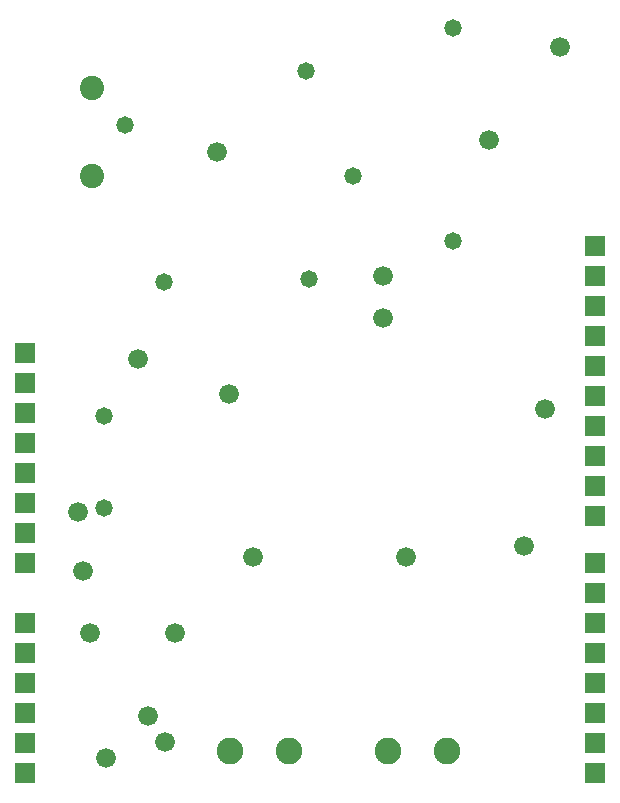
<source format=gbs>
G04 EasyPC Gerber Version 20.0 Build 4102 *
G04 #@! TF.Part,Single*
G04 #@! TF.FileFunction,Soldermask,Bot *
%FSLAX35Y35*%
%MOIN*%
G04 #@! TA.AperFunction,ComponentPad*
%ADD85R,0.07000X0.07000*%
G04 #@! TA.AperFunction,ViaPad*
%ADD87C,0.05800*%
%ADD86C,0.06591*%
G04 #@! TA.AperFunction,ComponentPad*
%ADD84C,0.08087*%
%ADD83C,0.08874*%
X0Y0D02*
D02*
D83*
X164030Y58518D03*
X183715D03*
X216785D03*
X236470D03*
D02*
D84*
X117967Y250245D03*
Y279611D03*
D02*
D85*
X95743Y51071D03*
Y61071D03*
Y71071D03*
Y81071D03*
Y91071D03*
Y101071D03*
Y121049D03*
Y131049D03*
Y141049D03*
Y151049D03*
Y161049D03*
Y171049D03*
Y181049D03*
Y191049D03*
X285683Y51071D03*
Y61071D03*
Y71071D03*
Y81071D03*
Y91071D03*
Y101071D03*
Y111071D03*
Y121071D03*
Y137022D03*
Y147022D03*
Y157022D03*
Y167022D03*
Y177022D03*
Y187022D03*
Y197022D03*
Y207022D03*
Y217022D03*
Y227022D03*
D02*
D86*
X113242Y138045D03*
X115131Y118396D03*
X117179Y97888D03*
X122691Y56156D03*
X133343Y189226D03*
X136514Y70329D03*
X142376Y61667D03*
X145526Y97888D03*
X159699Y258124D03*
X163636Y177415D03*
X171510Y123085D03*
X214817Y203006D03*
Y216785D03*
X222691Y123085D03*
X250250Y262061D03*
X262061Y127022D03*
X269148Y172691D03*
X273872Y293163D03*
D02*
D87*
X121904Y139620D03*
Y170329D03*
X128990Y267179D03*
X141982Y214817D03*
X189226Y285289D03*
X190407Y215998D03*
X204974Y250250D03*
X238439Y228596D03*
Y299659D03*
X0Y0D02*
M02*

</source>
